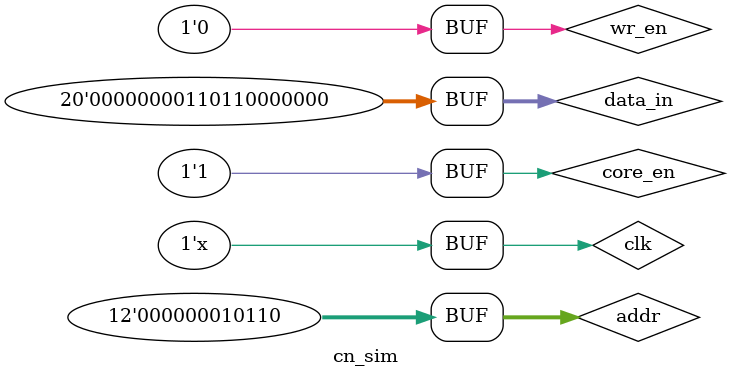
<source format=v>
`timescale 1ns / 1ps

module cn_sim;

	// Inputs
	reg clk;
	reg [11:0] addr;
	reg [19:0] data_in;
	reg core_en;
	reg wr_en;

	// Outputs
	wire [19:0] data_out;
	
	matrix_multip uut (
		.clk(clk),
		.addr(addr),
		.data_in(data_in),
		.data_out(data_out),
		.core_en(core_en),
		.wr_en(wr_en)
	);
	
	always begin
	#2 clk <= ~clk;
	end

	initial begin
		// Initialize Inputs
		clk = 0;
		data_in = 0;
		addr = 0;
		core_en = 1;
		wr_en = 0;
		
		#10
		addr = 22;
		data_in = 3456;
		#10
		wr_en = 1;
		#5
		wr_en = 0;
		#5
		addr = 0;
		#5
		addr = 22;

	end
      
endmodule


</source>
